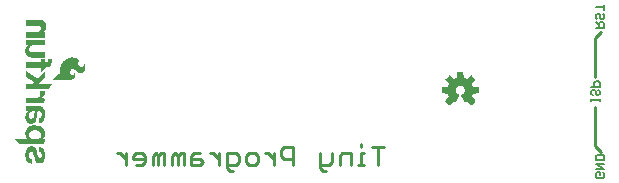
<source format=gbr>
G04 EAGLE Gerber RS-274X export*
G75*
%MOMM*%
%FSLAX34Y34*%
%LPD*%
%INSilkscreen Bottom*%
%IPPOS*%
%AMOC8*
5,1,8,0,0,1.08239X$1,22.5*%
G01*
%ADD10C,0.279400*%
%ADD11C,0.127000*%
%ADD12C,0.254000*%
%ADD13C,0.025400*%

G36*
X453820Y64916D02*
X453820Y64916D01*
X453928Y64926D01*
X453941Y64932D01*
X453955Y64934D01*
X454052Y64982D01*
X454151Y65027D01*
X454164Y65038D01*
X454173Y65042D01*
X454188Y65058D01*
X454265Y65120D01*
X456850Y67705D01*
X456913Y67794D01*
X456979Y67879D01*
X456984Y67892D01*
X456992Y67904D01*
X457023Y68007D01*
X457059Y68110D01*
X457059Y68124D01*
X457063Y68137D01*
X457059Y68245D01*
X457060Y68354D01*
X457055Y68367D01*
X457055Y68381D01*
X457017Y68483D01*
X456982Y68585D01*
X456973Y68600D01*
X456969Y68609D01*
X456955Y68626D01*
X456901Y68708D01*
X454137Y72098D01*
X454694Y73180D01*
X454700Y73200D01*
X454742Y73295D01*
X455113Y74454D01*
X459464Y74897D01*
X459568Y74925D01*
X459674Y74950D01*
X459686Y74957D01*
X459699Y74960D01*
X459789Y75021D01*
X459882Y75078D01*
X459890Y75089D01*
X459902Y75097D01*
X459968Y75183D01*
X460037Y75267D01*
X460041Y75280D01*
X460050Y75291D01*
X460084Y75394D01*
X460123Y75495D01*
X460124Y75513D01*
X460128Y75522D01*
X460128Y75544D01*
X460137Y75642D01*
X460137Y79298D01*
X460120Y79405D01*
X460106Y79513D01*
X460100Y79525D01*
X460098Y79539D01*
X460046Y79635D01*
X459999Y79732D01*
X459989Y79742D01*
X459983Y79754D01*
X459903Y79828D01*
X459827Y79905D01*
X459815Y79911D01*
X459805Y79921D01*
X459706Y79966D01*
X459609Y80014D01*
X459591Y80018D01*
X459582Y80022D01*
X459561Y80024D01*
X459464Y80043D01*
X455113Y80486D01*
X454742Y81645D01*
X454733Y81663D01*
X454731Y81670D01*
X454727Y81677D01*
X454694Y81760D01*
X454137Y82842D01*
X456901Y86232D01*
X456955Y86326D01*
X457012Y86418D01*
X457015Y86431D01*
X457022Y86443D01*
X457043Y86550D01*
X457068Y86655D01*
X457066Y86669D01*
X457069Y86683D01*
X457054Y86790D01*
X457044Y86898D01*
X457038Y86911D01*
X457036Y86925D01*
X456988Y87022D01*
X456943Y87121D01*
X456932Y87134D01*
X456928Y87143D01*
X456912Y87158D01*
X456850Y87235D01*
X454265Y89820D01*
X454176Y89883D01*
X454091Y89949D01*
X454078Y89954D01*
X454066Y89962D01*
X453963Y89993D01*
X453860Y90029D01*
X453846Y90029D01*
X453833Y90033D01*
X453725Y90029D01*
X453616Y90030D01*
X453603Y90025D01*
X453589Y90025D01*
X453487Y89987D01*
X453385Y89952D01*
X453370Y89943D01*
X453361Y89939D01*
X453344Y89925D01*
X453262Y89871D01*
X449872Y87107D01*
X448790Y87664D01*
X448770Y87670D01*
X448675Y87712D01*
X447516Y88083D01*
X447073Y92434D01*
X447045Y92538D01*
X447020Y92644D01*
X447013Y92656D01*
X447010Y92669D01*
X446949Y92759D01*
X446892Y92852D01*
X446881Y92860D01*
X446873Y92872D01*
X446787Y92938D01*
X446703Y93007D01*
X446690Y93011D01*
X446679Y93020D01*
X446576Y93054D01*
X446475Y93093D01*
X446457Y93094D01*
X446448Y93098D01*
X446426Y93098D01*
X446328Y93107D01*
X442672Y93107D01*
X442565Y93090D01*
X442457Y93076D01*
X442445Y93070D01*
X442431Y93068D01*
X442335Y93016D01*
X442238Y92969D01*
X442228Y92959D01*
X442216Y92953D01*
X442142Y92873D01*
X442065Y92797D01*
X442059Y92785D01*
X442049Y92775D01*
X442004Y92676D01*
X441956Y92579D01*
X441952Y92561D01*
X441948Y92552D01*
X441946Y92531D01*
X441927Y92434D01*
X441484Y88083D01*
X440325Y87712D01*
X440307Y87702D01*
X440210Y87664D01*
X439128Y87107D01*
X435738Y89871D01*
X435644Y89925D01*
X435552Y89982D01*
X435539Y89985D01*
X435527Y89992D01*
X435420Y90013D01*
X435315Y90038D01*
X435301Y90036D01*
X435287Y90039D01*
X435180Y90024D01*
X435072Y90014D01*
X435059Y90008D01*
X435046Y90006D01*
X434948Y89958D01*
X434849Y89913D01*
X434836Y89902D01*
X434827Y89898D01*
X434812Y89882D01*
X434735Y89820D01*
X432150Y87235D01*
X432087Y87146D01*
X432021Y87061D01*
X432016Y87048D01*
X432008Y87036D01*
X431977Y86933D01*
X431941Y86830D01*
X431941Y86816D01*
X431937Y86803D01*
X431941Y86695D01*
X431940Y86586D01*
X431945Y86573D01*
X431945Y86559D01*
X431983Y86457D01*
X432018Y86355D01*
X432027Y86340D01*
X432031Y86331D01*
X432045Y86314D01*
X432099Y86232D01*
X434863Y82842D01*
X434306Y81760D01*
X434300Y81740D01*
X434258Y81645D01*
X433887Y80486D01*
X429536Y80043D01*
X429432Y80015D01*
X429326Y79990D01*
X429314Y79983D01*
X429301Y79980D01*
X429211Y79919D01*
X429118Y79862D01*
X429110Y79851D01*
X429098Y79843D01*
X429032Y79757D01*
X428964Y79673D01*
X428959Y79660D01*
X428950Y79649D01*
X428916Y79546D01*
X428877Y79445D01*
X428876Y79427D01*
X428872Y79418D01*
X428873Y79396D01*
X428863Y79298D01*
X428863Y75642D01*
X428880Y75535D01*
X428894Y75427D01*
X428900Y75415D01*
X428902Y75401D01*
X428954Y75305D01*
X429001Y75208D01*
X429011Y75198D01*
X429017Y75186D01*
X429097Y75112D01*
X429173Y75035D01*
X429185Y75029D01*
X429196Y75019D01*
X429294Y74974D01*
X429391Y74926D01*
X429409Y74922D01*
X429418Y74918D01*
X429439Y74916D01*
X429536Y74897D01*
X433887Y74454D01*
X434258Y73295D01*
X434268Y73277D01*
X434306Y73180D01*
X434863Y72098D01*
X432099Y68708D01*
X432045Y68614D01*
X431988Y68522D01*
X431985Y68509D01*
X431978Y68497D01*
X431957Y68390D01*
X431932Y68285D01*
X431934Y68271D01*
X431931Y68257D01*
X431946Y68150D01*
X431956Y68042D01*
X431962Y68029D01*
X431964Y68016D01*
X432012Y67918D01*
X432057Y67819D01*
X432068Y67806D01*
X432072Y67797D01*
X432088Y67782D01*
X432150Y67705D01*
X434735Y65120D01*
X434824Y65057D01*
X434909Y64991D01*
X434922Y64986D01*
X434934Y64978D01*
X435037Y64947D01*
X435140Y64911D01*
X435154Y64911D01*
X435167Y64907D01*
X435275Y64911D01*
X435384Y64910D01*
X435397Y64915D01*
X435411Y64915D01*
X435513Y64953D01*
X435615Y64988D01*
X435630Y64997D01*
X435639Y65001D01*
X435656Y65015D01*
X435738Y65069D01*
X439128Y67833D01*
X440210Y67276D01*
X440263Y67259D01*
X440312Y67233D01*
X440378Y67222D01*
X440442Y67201D01*
X440498Y67202D01*
X440552Y67193D01*
X440619Y67204D01*
X440686Y67205D01*
X440738Y67223D01*
X440793Y67232D01*
X440853Y67264D01*
X440916Y67287D01*
X440959Y67321D01*
X441009Y67347D01*
X441055Y67396D01*
X441107Y67438D01*
X441138Y67485D01*
X441176Y67525D01*
X441232Y67630D01*
X441240Y67643D01*
X441241Y67648D01*
X441245Y67655D01*
X443398Y72852D01*
X443418Y72935D01*
X443423Y72948D01*
X443425Y72964D01*
X443450Y73049D01*
X443449Y73070D01*
X443454Y73090D01*
X443446Y73172D01*
X443447Y73191D01*
X443443Y73211D01*
X443439Y73292D01*
X443432Y73312D01*
X443430Y73333D01*
X443398Y73402D01*
X443392Y73429D01*
X443377Y73453D01*
X443351Y73520D01*
X443338Y73536D01*
X443329Y73555D01*
X443284Y73604D01*
X443264Y73636D01*
X443233Y73661D01*
X443195Y73707D01*
X443172Y73723D01*
X443162Y73733D01*
X443141Y73745D01*
X443076Y73790D01*
X443075Y73791D01*
X443074Y73792D01*
X442175Y74298D01*
X441488Y74942D01*
X440973Y75730D01*
X440661Y76618D01*
X440569Y77555D01*
X440702Y78487D01*
X441053Y79361D01*
X441602Y80126D01*
X442316Y80739D01*
X443156Y81164D01*
X444073Y81378D01*
X445014Y81368D01*
X445926Y81134D01*
X446756Y80691D01*
X447457Y80062D01*
X447989Y79285D01*
X448320Y78404D01*
X448433Y77469D01*
X448325Y76552D01*
X448005Y75684D01*
X447491Y74915D01*
X446812Y74288D01*
X445928Y73793D01*
X445886Y73760D01*
X445844Y73737D01*
X445813Y73704D01*
X445765Y73669D01*
X445753Y73653D01*
X445737Y73640D01*
X445702Y73585D01*
X445677Y73559D01*
X445664Y73529D01*
X445622Y73471D01*
X445616Y73452D01*
X445606Y73435D01*
X445587Y73360D01*
X445577Y73337D01*
X445574Y73313D01*
X445551Y73238D01*
X445552Y73218D01*
X445547Y73198D01*
X445554Y73112D01*
X445553Y73094D01*
X445556Y73078D01*
X445559Y72994D01*
X445567Y72969D01*
X445568Y72955D01*
X445578Y72933D01*
X445602Y72852D01*
X446531Y70609D01*
X446531Y70608D01*
X447462Y68361D01*
X447463Y68361D01*
X447755Y67655D01*
X447784Y67608D01*
X447805Y67556D01*
X447848Y67505D01*
X447884Y67448D01*
X447927Y67413D01*
X447963Y67370D01*
X448020Y67336D01*
X448072Y67293D01*
X448124Y67274D01*
X448172Y67245D01*
X448238Y67231D01*
X448301Y67207D01*
X448356Y67205D01*
X448410Y67194D01*
X448477Y67201D01*
X448544Y67199D01*
X448598Y67215D01*
X448653Y67222D01*
X448764Y67266D01*
X448778Y67270D01*
X448782Y67273D01*
X448790Y67276D01*
X449872Y67833D01*
X453262Y65069D01*
X453356Y65015D01*
X453448Y64958D01*
X453461Y64955D01*
X453473Y64948D01*
X453580Y64927D01*
X453685Y64902D01*
X453699Y64904D01*
X453713Y64901D01*
X453820Y64916D01*
G37*
G36*
X114254Y86237D02*
X114254Y86237D01*
X114260Y86235D01*
X115091Y86305D01*
X115102Y86311D01*
X115117Y86310D01*
X115916Y86550D01*
X115926Y86558D01*
X115940Y86560D01*
X116672Y86961D01*
X116680Y86971D01*
X116693Y86976D01*
X117243Y87446D01*
X117248Y87457D01*
X117260Y87464D01*
X117705Y88034D01*
X117708Y88046D01*
X117718Y88056D01*
X118039Y88704D01*
X118040Y88716D01*
X118048Y88728D01*
X118232Y89427D01*
X118231Y89438D01*
X118236Y89449D01*
X118309Y90389D01*
X118307Y90398D01*
X118310Y90405D01*
X118309Y90407D01*
X118309Y90409D01*
X118236Y91349D01*
X118234Y91353D01*
X118235Y91359D01*
X118159Y91842D01*
X118134Y91881D01*
X118113Y91921D01*
X118109Y91922D01*
X118107Y91925D01*
X118062Y91935D01*
X118018Y91947D01*
X118014Y91945D01*
X118010Y91946D01*
X117972Y91921D01*
X117933Y91898D01*
X117932Y91893D01*
X117929Y91891D01*
X117920Y91850D01*
X117908Y91810D01*
X117924Y91652D01*
X117896Y91514D01*
X117825Y91381D01*
X117226Y90557D01*
X117160Y90489D01*
X117112Y90439D01*
X116974Y90367D01*
X116559Y90274D01*
X116131Y90274D01*
X115715Y90367D01*
X115311Y90573D01*
X114983Y90886D01*
X114618Y91492D01*
X114411Y92170D01*
X114376Y92881D01*
X114473Y93491D01*
X114671Y94077D01*
X114964Y94620D01*
X115329Y95045D01*
X115789Y95360D01*
X116314Y95546D01*
X116870Y95589D01*
X117418Y95487D01*
X117921Y95247D01*
X118356Y94877D01*
X119897Y93424D01*
X119907Y93421D01*
X119913Y93412D01*
X121671Y92225D01*
X121684Y92223D01*
X121694Y92213D01*
X122382Y91933D01*
X122397Y91934D01*
X122412Y91925D01*
X123147Y91826D01*
X123162Y91830D01*
X123179Y91825D01*
X123916Y91912D01*
X123929Y91920D01*
X123947Y91920D01*
X124639Y92187D01*
X124650Y92198D01*
X124667Y92202D01*
X125270Y92633D01*
X125277Y92644D01*
X125289Y92649D01*
X125467Y92838D01*
X125468Y92838D01*
X125706Y93091D01*
X125707Y93091D01*
X125945Y93343D01*
X125947Y93345D01*
X125950Y93353D01*
X125958Y93358D01*
X126518Y94135D01*
X126521Y94145D01*
X126529Y94153D01*
X126917Y94933D01*
X126918Y94945D01*
X126926Y94956D01*
X127157Y95796D01*
X127156Y95808D01*
X127162Y95820D01*
X127228Y96688D01*
X127224Y96699D01*
X127228Y96710D01*
X127142Y97610D01*
X127138Y97619D01*
X127139Y97629D01*
X126919Y98507D01*
X126913Y98515D01*
X126912Y98527D01*
X126811Y98755D01*
X126659Y99111D01*
X126659Y99112D01*
X126438Y99616D01*
X126427Y99626D01*
X126422Y99643D01*
X126084Y100078D01*
X126077Y100081D01*
X126073Y100089D01*
X126048Y100114D01*
X126048Y100115D01*
X126047Y100117D01*
X125955Y100152D01*
X125866Y100111D01*
X125833Y100026D01*
X125833Y99423D01*
X125776Y98912D01*
X125637Y98422D01*
X125382Y97941D01*
X125012Y97546D01*
X124552Y97260D01*
X124033Y97103D01*
X123730Y97091D01*
X123430Y97150D01*
X122936Y97356D01*
X122478Y97639D01*
X122068Y97990D01*
X121714Y98402D01*
X121063Y99304D01*
X120814Y99792D01*
X120716Y100322D01*
X120774Y100860D01*
X120839Y101034D01*
X121087Y101395D01*
X121427Y101669D01*
X121530Y101713D01*
X121650Y101729D01*
X122530Y101729D01*
X122571Y101746D01*
X122613Y101760D01*
X122616Y101765D01*
X122621Y101767D01*
X122637Y101808D01*
X122656Y101848D01*
X122654Y101854D01*
X122656Y101859D01*
X122644Y101886D01*
X122628Y101935D01*
X121707Y103061D01*
X121695Y103067D01*
X121688Y103079D01*
X120551Y103986D01*
X120540Y103989D01*
X120532Y103998D01*
X119598Y104500D01*
X119588Y104501D01*
X119580Y104507D01*
X118583Y104865D01*
X118573Y104865D01*
X118564Y104870D01*
X117525Y105077D01*
X117514Y105075D01*
X117504Y105079D01*
X115576Y105140D01*
X115565Y105135D01*
X115553Y105138D01*
X113646Y104850D01*
X113636Y104844D01*
X113624Y104844D01*
X111800Y104216D01*
X111791Y104209D01*
X111779Y104207D01*
X110098Y103260D01*
X110092Y103252D01*
X110081Y103249D01*
X108974Y102364D01*
X108971Y102359D01*
X108966Y102356D01*
X108965Y102354D01*
X108961Y102352D01*
X108608Y101978D01*
X108132Y101473D01*
X107989Y101321D01*
X107986Y101313D01*
X107978Y101307D01*
X107161Y100150D01*
X107159Y100140D01*
X107151Y100132D01*
X106551Y98902D01*
X106550Y98891D01*
X106542Y98881D01*
X106174Y97562D01*
X106176Y97551D01*
X106170Y97540D01*
X106046Y96176D01*
X106048Y96171D01*
X106046Y96165D01*
X106046Y93890D01*
X105981Y93522D01*
X105854Y93171D01*
X105265Y92181D01*
X104483Y91327D01*
X99001Y86455D01*
X98999Y86451D01*
X98994Y86449D01*
X98978Y86407D01*
X98959Y86366D01*
X98961Y86362D01*
X98959Y86357D01*
X98978Y86316D01*
X98993Y86274D01*
X98998Y86272D01*
X99000Y86268D01*
X99073Y86239D01*
X99084Y86235D01*
X99085Y86235D01*
X114249Y86235D01*
X114254Y86237D01*
G37*
G36*
X91833Y31690D02*
X91833Y31690D01*
X91872Y31700D01*
X91878Y31709D01*
X91887Y31713D01*
X91898Y31741D01*
X91920Y31778D01*
X92656Y35664D01*
X92653Y35678D01*
X92658Y35693D01*
X92643Y35725D01*
X92635Y35760D01*
X92622Y35768D01*
X92616Y35782D01*
X92577Y35796D01*
X92552Y35812D01*
X92541Y35809D01*
X92530Y35813D01*
X90613Y35789D01*
X90762Y35923D01*
X90763Y35924D01*
X90764Y35924D01*
X91729Y36813D01*
X91731Y36819D01*
X91738Y36823D01*
X92039Y37166D01*
X92043Y37177D01*
X92053Y37185D01*
X92286Y37579D01*
X92287Y37588D01*
X92294Y37596D01*
X92827Y38917D01*
X92827Y38928D01*
X92834Y38938D01*
X92936Y39420D01*
X92933Y39432D01*
X92938Y39444D01*
X92963Y41425D01*
X92959Y41436D01*
X92961Y41448D01*
X92778Y42533D01*
X92771Y42543D01*
X92771Y42558D01*
X92371Y43582D01*
X92363Y43589D01*
X92361Y43601D01*
X91820Y44503D01*
X91814Y44508D01*
X91811Y44517D01*
X91158Y45341D01*
X91148Y45347D01*
X91143Y45357D01*
X90253Y46149D01*
X90240Y46153D01*
X90231Y46165D01*
X89190Y46744D01*
X89178Y46746D01*
X89167Y46754D01*
X87054Y47428D01*
X87043Y47427D01*
X87032Y47433D01*
X84832Y47716D01*
X84821Y47713D01*
X84809Y47717D01*
X82594Y47599D01*
X82584Y47594D01*
X82572Y47596D01*
X81196Y47273D01*
X81187Y47267D01*
X81175Y47266D01*
X79875Y46710D01*
X79867Y46702D01*
X79856Y46700D01*
X78671Y45928D01*
X78665Y45919D01*
X78654Y45914D01*
X77947Y45257D01*
X77943Y45247D01*
X77933Y45241D01*
X77348Y44473D01*
X77346Y44462D01*
X77337Y44455D01*
X76891Y43599D01*
X76890Y43588D01*
X76882Y43579D01*
X76588Y42660D01*
X76589Y42650D01*
X76583Y42640D01*
X76394Y41428D01*
X76396Y41419D01*
X76393Y41410D01*
X76376Y40183D01*
X76379Y40175D01*
X76377Y40165D01*
X76532Y38948D01*
X76537Y38938D01*
X76537Y38926D01*
X76801Y38082D01*
X76809Y38072D01*
X76812Y38057D01*
X77249Y37288D01*
X77259Y37280D01*
X77264Y37266D01*
X77854Y36606D01*
X77866Y36600D01*
X77874Y36588D01*
X78590Y36068D01*
X78592Y36067D01*
X67488Y36067D01*
X67444Y36049D01*
X67401Y36032D01*
X67400Y36030D01*
X67397Y36029D01*
X67380Y35985D01*
X67362Y35941D01*
X67363Y35939D01*
X67362Y35937D01*
X67371Y35916D01*
X67394Y35856D01*
X71128Y31716D01*
X71134Y31714D01*
X71137Y31708D01*
X71197Y31684D01*
X71218Y31675D01*
X71220Y31676D01*
X71222Y31675D01*
X91796Y31675D01*
X91833Y31690D01*
G37*
G36*
X81763Y49048D02*
X81763Y49048D01*
X81775Y49053D01*
X81790Y49051D01*
X82731Y49257D01*
X82743Y49266D01*
X82760Y49267D01*
X83622Y49696D01*
X83631Y49706D01*
X83646Y49711D01*
X84255Y50209D01*
X84259Y50217D01*
X84267Y50220D01*
X84268Y50224D01*
X84273Y50227D01*
X84771Y50837D01*
X84774Y50849D01*
X84785Y50858D01*
X85151Y51554D01*
X85152Y51565D01*
X85159Y51574D01*
X85643Y53059D01*
X85642Y53067D01*
X85647Y53076D01*
X85925Y54613D01*
X85924Y54617D01*
X85927Y54622D01*
X86155Y56828D01*
X86381Y58134D01*
X86546Y58603D01*
X86792Y59031D01*
X87053Y59315D01*
X87140Y59375D01*
X87237Y59417D01*
X87758Y59528D01*
X88289Y59528D01*
X88810Y59417D01*
X89124Y59278D01*
X89403Y59079D01*
X89637Y58826D01*
X89830Y58512D01*
X89958Y58166D01*
X90019Y57797D01*
X90069Y56442D01*
X90015Y55855D01*
X89850Y55294D01*
X89595Y54830D01*
X89239Y54440D01*
X88801Y54145D01*
X88306Y53961D01*
X87775Y53898D01*
X87732Y53898D01*
X87730Y53897D01*
X87728Y53898D01*
X87685Y53878D01*
X87641Y53860D01*
X87641Y53858D01*
X87639Y53857D01*
X87606Y53772D01*
X87606Y49631D01*
X87604Y49630D01*
X87594Y49588D01*
X87580Y49546D01*
X87583Y49540D01*
X87582Y49534D01*
X87598Y49509D01*
X87619Y49464D01*
X87644Y49439D01*
X87645Y49439D01*
X87687Y49423D01*
X87736Y49404D01*
X87737Y49404D01*
X87779Y49424D01*
X87822Y49443D01*
X88713Y49565D01*
X88724Y49571D01*
X88739Y49571D01*
X89680Y49905D01*
X89690Y49914D01*
X89704Y49917D01*
X90557Y50436D01*
X90565Y50447D01*
X90578Y50452D01*
X91308Y51135D01*
X91313Y51147D01*
X91325Y51155D01*
X91899Y51972D01*
X91902Y51984D01*
X91911Y51993D01*
X92440Y53151D01*
X92440Y53161D01*
X92447Y53170D01*
X92781Y54399D01*
X92780Y54408D01*
X92784Y54417D01*
X92998Y56157D01*
X92995Y56165D01*
X92998Y56173D01*
X92990Y57927D01*
X92987Y57934D01*
X92989Y57943D01*
X92759Y59682D01*
X92754Y59690D01*
X92755Y59701D01*
X92330Y61115D01*
X92322Y61124D01*
X92321Y61138D01*
X91627Y62441D01*
X91617Y62450D01*
X91612Y62464D01*
X91129Y63026D01*
X91115Y63033D01*
X91106Y63047D01*
X90501Y63474D01*
X90486Y63477D01*
X90474Y63489D01*
X89783Y63756D01*
X89768Y63755D01*
X89753Y63763D01*
X89018Y63854D01*
X89010Y63852D01*
X89002Y63855D01*
X84176Y63855D01*
X84174Y63854D01*
X84172Y63855D01*
X84157Y63848D01*
X84073Y63880D01*
X79735Y63855D01*
X78398Y63957D01*
X77103Y64306D01*
X76904Y64380D01*
X76879Y64379D01*
X76856Y64388D01*
X76832Y64377D01*
X76806Y64376D01*
X76789Y64357D01*
X76767Y64347D01*
X76756Y64320D01*
X76740Y64302D01*
X76742Y64283D01*
X76734Y64262D01*
X76734Y60228D01*
X76731Y60192D01*
X76740Y60164D01*
X76744Y60124D01*
X76763Y60087D01*
X76780Y60073D01*
X76785Y60062D01*
X76792Y60059D01*
X76809Y60036D01*
X76845Y60015D01*
X76862Y60012D01*
X76878Y60000D01*
X77158Y59924D01*
X77161Y59925D01*
X77164Y59923D01*
X78193Y59696D01*
X78216Y59687D01*
X78222Y59680D01*
X78224Y59672D01*
X78223Y59663D01*
X78207Y59639D01*
X77504Y58812D01*
X77500Y58801D01*
X77490Y58792D01*
X76950Y57841D01*
X76949Y57830D01*
X76941Y57820D01*
X76588Y56785D01*
X76589Y56773D01*
X76583Y56763D01*
X76342Y55145D01*
X76345Y55135D01*
X76341Y55124D01*
X76379Y53489D01*
X76384Y53478D01*
X76382Y53464D01*
X76690Y52092D01*
X76698Y52081D01*
X76699Y52066D01*
X77305Y50797D01*
X77315Y50788D01*
X77319Y50774D01*
X77661Y50326D01*
X77671Y50320D01*
X77677Y50308D01*
X78097Y49931D01*
X78108Y49927D01*
X78116Y49917D01*
X78599Y49625D01*
X78610Y49623D01*
X78620Y49615D01*
X79613Y49242D01*
X79624Y49242D01*
X79635Y49236D01*
X80679Y49047D01*
X80690Y49050D01*
X80702Y49045D01*
X81763Y49048D01*
G37*
G36*
X96133Y78190D02*
X96133Y78190D01*
X96153Y78188D01*
X96180Y78210D01*
X96205Y78220D01*
X96210Y78235D01*
X96224Y78245D01*
X98586Y82385D01*
X98590Y82420D01*
X98602Y82452D01*
X98595Y82467D01*
X98597Y82483D01*
X98575Y82510D01*
X98561Y82541D01*
X98545Y82548D01*
X98535Y82560D01*
X98508Y82562D01*
X98476Y82574D01*
X87046Y82574D01*
X92520Y88049D01*
X92522Y88052D01*
X92524Y88053D01*
X92557Y88138D01*
X92557Y92812D01*
X92557Y92814D01*
X92557Y92815D01*
X92537Y92859D01*
X92519Y92903D01*
X92517Y92903D01*
X92516Y92905D01*
X92472Y92921D01*
X92427Y92938D01*
X92425Y92937D01*
X92424Y92938D01*
X92341Y92900D01*
X86775Y87209D01*
X76880Y93806D01*
X76842Y93813D01*
X76805Y93827D01*
X76795Y93822D01*
X76783Y93824D01*
X76752Y93802D01*
X76716Y93785D01*
X76712Y93774D01*
X76703Y93768D01*
X76698Y93738D01*
X76684Y93700D01*
X76709Y88620D01*
X76716Y88603D01*
X76714Y88585D01*
X76736Y88556D01*
X76748Y88530D01*
X76760Y88525D01*
X76770Y88513D01*
X83748Y84280D01*
X83674Y84203D01*
X83552Y84077D01*
X83551Y84077D01*
X83183Y83698D01*
X83061Y83572D01*
X82938Y83446D01*
X82570Y83067D01*
X82447Y82941D01*
X82325Y82815D01*
X82141Y82625D01*
X76733Y82625D01*
X76731Y82624D01*
X76729Y82625D01*
X76686Y82605D01*
X76642Y82587D01*
X76642Y82585D01*
X76640Y82584D01*
X76607Y82499D01*
X76607Y78359D01*
X76608Y78356D01*
X76607Y78353D01*
X76644Y78270D01*
X76695Y78219D01*
X76698Y78218D01*
X76699Y78215D01*
X76784Y78182D01*
X96114Y78182D01*
X96133Y78190D01*
G37*
G36*
X92509Y105082D02*
X92509Y105082D01*
X92511Y105081D01*
X92554Y105101D01*
X92598Y105119D01*
X92598Y105121D01*
X92600Y105122D01*
X92633Y105207D01*
X92633Y109347D01*
X92632Y109349D01*
X92633Y109351D01*
X92613Y109394D01*
X92595Y109438D01*
X92593Y109438D01*
X92592Y109440D01*
X92507Y109473D01*
X82510Y109473D01*
X81680Y109622D01*
X80912Y109965D01*
X80550Y110237D01*
X80249Y110578D01*
X80024Y110973D01*
X79801Y111662D01*
X79721Y112381D01*
X79788Y113102D01*
X80000Y113793D01*
X80288Y114303D01*
X80685Y114734D01*
X81170Y115061D01*
X81720Y115270D01*
X82924Y115495D01*
X84154Y115571D01*
X92456Y115571D01*
X92458Y115572D01*
X92460Y115571D01*
X92503Y115591D01*
X92547Y115609D01*
X92547Y115611D01*
X92549Y115612D01*
X92582Y115697D01*
X92582Y119913D01*
X92581Y119915D01*
X92582Y119917D01*
X92562Y119960D01*
X92544Y120004D01*
X92542Y120004D01*
X92541Y120006D01*
X92456Y120039D01*
X76835Y120039D01*
X76833Y120038D01*
X76831Y120039D01*
X76788Y120019D01*
X76744Y120001D01*
X76744Y119999D01*
X76742Y119998D01*
X76709Y119913D01*
X76709Y115900D01*
X76710Y115898D01*
X76709Y115896D01*
X76729Y115853D01*
X76747Y115809D01*
X76749Y115809D01*
X76750Y115807D01*
X76835Y115774D01*
X78892Y115774D01*
X78251Y115267D01*
X78247Y115259D01*
X78238Y115255D01*
X78131Y115142D01*
X78011Y115016D01*
X77772Y114764D01*
X77652Y114637D01*
X77532Y114511D01*
X77453Y114428D01*
X77450Y114419D01*
X77442Y114414D01*
X76783Y113484D01*
X76781Y113475D01*
X76773Y113467D01*
X76651Y113222D01*
X76650Y113211D01*
X76643Y113202D01*
X76562Y112940D01*
X76563Y112931D01*
X76558Y112922D01*
X76335Y111444D01*
X76337Y111436D01*
X76333Y111428D01*
X76303Y109934D01*
X76307Y109924D01*
X76304Y109913D01*
X76451Y108880D01*
X76457Y108870D01*
X76457Y108856D01*
X76800Y107870D01*
X76808Y107861D01*
X76810Y107848D01*
X77336Y106946D01*
X77346Y106939D01*
X77351Y106926D01*
X77579Y106672D01*
X77590Y106666D01*
X77598Y106655D01*
X78483Y105995D01*
X78494Y105992D01*
X78503Y105982D01*
X79493Y105494D01*
X79505Y105494D01*
X79515Y105486D01*
X80578Y105186D01*
X80589Y105188D01*
X80601Y105182D01*
X81700Y105081D01*
X81706Y105083D01*
X81712Y105081D01*
X92507Y105081D01*
X92509Y105082D01*
G37*
G36*
X92483Y122278D02*
X92483Y122278D01*
X92485Y122277D01*
X92528Y122297D01*
X92572Y122315D01*
X92572Y122317D01*
X92574Y122318D01*
X92607Y122403D01*
X92607Y126441D01*
X92606Y126443D01*
X92607Y126445D01*
X92587Y126488D01*
X92569Y126532D01*
X92567Y126532D01*
X92566Y126534D01*
X92481Y126567D01*
X90413Y126567D01*
X90442Y126609D01*
X90578Y126723D01*
X90956Y127000D01*
X90958Y127004D01*
X90963Y127006D01*
X91436Y127408D01*
X91440Y127415D01*
X91448Y127419D01*
X91864Y127880D01*
X91867Y127891D01*
X91877Y127898D01*
X92444Y128796D01*
X92447Y128809D01*
X92456Y128820D01*
X92825Y129817D01*
X92825Y129829D01*
X92832Y129842D01*
X92987Y130894D01*
X92984Y130904D01*
X92988Y130915D01*
X92967Y131750D01*
X92958Y132128D01*
X92949Y132507D01*
X92938Y132921D01*
X92934Y132932D01*
X92936Y132944D01*
X92730Y133921D01*
X92722Y133933D01*
X92721Y133949D01*
X92299Y134854D01*
X92288Y134863D01*
X92284Y134878D01*
X91666Y135663D01*
X91655Y135669D01*
X91649Y135681D01*
X91074Y136170D01*
X91063Y136173D01*
X91056Y136183D01*
X90407Y136567D01*
X90396Y136569D01*
X90387Y136577D01*
X89682Y136846D01*
X89673Y136846D01*
X89664Y136851D01*
X88557Y137091D01*
X88548Y137089D01*
X88540Y137094D01*
X87411Y137184D01*
X87406Y137182D01*
X87401Y137184D01*
X76860Y137184D01*
X76858Y137183D01*
X76856Y137184D01*
X76813Y137164D01*
X76769Y137146D01*
X76769Y137144D01*
X76767Y137143D01*
X76734Y137058D01*
X76734Y132969D01*
X76735Y132967D01*
X76734Y132965D01*
X76754Y132922D01*
X76772Y132878D01*
X76774Y132878D01*
X76775Y132876D01*
X76860Y132843D01*
X86506Y132843D01*
X87224Y132778D01*
X87912Y132587D01*
X88554Y132277D01*
X88941Y131981D01*
X89250Y131607D01*
X89467Y131172D01*
X89544Y130872D01*
X89561Y130556D01*
X89511Y129451D01*
X89424Y128895D01*
X89220Y128379D01*
X88906Y127922D01*
X88337Y127405D01*
X87658Y127042D01*
X86908Y126826D01*
X86125Y126745D01*
X76759Y126745D01*
X76757Y126744D01*
X76755Y126745D01*
X76712Y126725D01*
X76668Y126707D01*
X76668Y126705D01*
X76666Y126704D01*
X76633Y126619D01*
X76633Y122403D01*
X76634Y122401D01*
X76633Y122399D01*
X76653Y122356D01*
X76671Y122312D01*
X76673Y122312D01*
X76674Y122310D01*
X76759Y122277D01*
X92481Y122277D01*
X92483Y122278D01*
G37*
G36*
X81818Y15253D02*
X81818Y15253D01*
X81848Y15256D01*
X81849Y15257D01*
X81850Y15257D01*
X81859Y15268D01*
X81872Y15273D01*
X81875Y15279D01*
X81881Y15282D01*
X81893Y15312D01*
X81909Y15332D01*
X81909Y15334D01*
X81910Y15335D01*
X81909Y15350D01*
X81914Y15362D01*
X81913Y15365D01*
X81914Y15367D01*
X81914Y19228D01*
X81913Y19230D01*
X81914Y19232D01*
X81894Y19275D01*
X81876Y19319D01*
X81874Y19319D01*
X81873Y19321D01*
X81788Y19354D01*
X81741Y19354D01*
X81244Y19383D01*
X80782Y19530D01*
X80368Y19785D01*
X79925Y20227D01*
X79588Y20754D01*
X79371Y21341D01*
X79298Y21903D01*
X79298Y23233D01*
X79372Y23836D01*
X79569Y24403D01*
X79881Y24916D01*
X79965Y25000D01*
X80089Y25127D01*
X80165Y25204D01*
X80510Y25412D01*
X80895Y25529D01*
X81299Y25546D01*
X81694Y25461D01*
X82056Y25281D01*
X82360Y25015D01*
X82591Y24679D01*
X83061Y23572D01*
X83367Y22398D01*
X84230Y18767D01*
X84235Y18760D01*
X84235Y18751D01*
X84541Y17943D01*
X84547Y17936D01*
X84549Y17926D01*
X84976Y17175D01*
X84983Y17169D01*
X84987Y17159D01*
X85524Y16482D01*
X85534Y16477D01*
X85540Y16466D01*
X85925Y16129D01*
X85938Y16125D01*
X85947Y16114D01*
X86394Y15865D01*
X86407Y15864D01*
X86418Y15855D01*
X86907Y15703D01*
X86919Y15705D01*
X86932Y15698D01*
X88068Y15593D01*
X88081Y15596D01*
X88094Y15593D01*
X89228Y15722D01*
X89239Y15728D01*
X89253Y15727D01*
X90337Y16085D01*
X90346Y16093D01*
X90360Y16095D01*
X90882Y16394D01*
X90889Y16404D01*
X90902Y16409D01*
X91357Y16803D01*
X91362Y16814D01*
X91374Y16821D01*
X91743Y17297D01*
X91746Y17308D01*
X91755Y17317D01*
X92409Y18598D01*
X92410Y18609D01*
X92417Y18619D01*
X92828Y19997D01*
X92827Y20008D01*
X92833Y20020D01*
X92988Y21449D01*
X92986Y21456D01*
X92988Y21463D01*
X92988Y23266D01*
X92986Y23272D01*
X92988Y23279D01*
X92848Y24672D01*
X92843Y24681D01*
X92844Y24692D01*
X92476Y26043D01*
X92469Y26053D01*
X92467Y26066D01*
X91929Y27163D01*
X91919Y27172D01*
X91915Y27186D01*
X91158Y28145D01*
X91148Y28151D01*
X91143Y28162D01*
X90747Y28510D01*
X90738Y28513D01*
X90732Y28522D01*
X90290Y28808D01*
X90280Y28810D01*
X90273Y28817D01*
X89485Y29173D01*
X89480Y29173D01*
X89476Y29177D01*
X88918Y29380D01*
X88898Y29379D01*
X88893Y29381D01*
X88870Y29381D01*
X88850Y29385D01*
X88836Y29376D01*
X88824Y29385D01*
X88818Y29383D01*
X88811Y29387D01*
X88100Y29463D01*
X88092Y29460D01*
X88083Y29463D01*
X88046Y29446D01*
X88006Y29434D01*
X88002Y29426D01*
X87994Y29422D01*
X87974Y29372D01*
X87961Y29346D01*
X87963Y29342D01*
X87961Y29337D01*
X87961Y25451D01*
X87979Y25407D01*
X87997Y25363D01*
X87998Y25362D01*
X87999Y25360D01*
X88018Y25353D01*
X88079Y25325D01*
X88339Y25309D01*
X88582Y25254D01*
X88934Y25104D01*
X89247Y24886D01*
X89511Y24611D01*
X89782Y24188D01*
X89971Y23721D01*
X90069Y23225D01*
X90113Y22378D01*
X90069Y21529D01*
X89984Y21080D01*
X89827Y20656D01*
X89632Y20355D01*
X89364Y20122D01*
X89022Y19967D01*
X88650Y19919D01*
X88281Y19984D01*
X87920Y20168D01*
X87627Y20451D01*
X87211Y21126D01*
X86939Y21878D01*
X86535Y23901D01*
X86534Y23902D01*
X86534Y23903D01*
X86153Y25626D01*
X86148Y25633D01*
X86148Y25642D01*
X85538Y27298D01*
X85532Y27304D01*
X85531Y27314D01*
X85126Y28070D01*
X85119Y28076D01*
X85116Y28085D01*
X84608Y28777D01*
X84598Y28782D01*
X84593Y28794D01*
X84243Y29126D01*
X84231Y29131D01*
X84222Y29142D01*
X83810Y29394D01*
X83796Y29396D01*
X83784Y29406D01*
X82781Y29743D01*
X82766Y29742D01*
X82752Y29750D01*
X81697Y29844D01*
X81688Y29841D01*
X81677Y29844D01*
X80636Y29768D01*
X80628Y29764D01*
X80618Y29765D01*
X79954Y29623D01*
X79944Y29616D01*
X79931Y29615D01*
X79306Y29349D01*
X79297Y29341D01*
X79285Y29338D01*
X78721Y28959D01*
X78714Y28949D01*
X78703Y28944D01*
X77960Y28218D01*
X77956Y28208D01*
X77950Y28206D01*
X77950Y28204D01*
X77945Y28202D01*
X77339Y27358D01*
X77337Y27348D01*
X77328Y27339D01*
X76877Y26404D01*
X76876Y26393D01*
X76869Y26383D01*
X76587Y25383D01*
X76588Y25375D01*
X76583Y25366D01*
X76401Y24052D01*
X76403Y24045D01*
X76400Y24039D01*
X76353Y22712D01*
X76355Y22706D01*
X76353Y22699D01*
X76531Y20133D01*
X76536Y20124D01*
X76534Y20114D01*
X76746Y19193D01*
X76754Y19182D01*
X76755Y19168D01*
X77152Y18311D01*
X77159Y18305D01*
X77161Y18296D01*
X77923Y17102D01*
X77929Y17098D01*
X77932Y17089D01*
X78363Y16574D01*
X78374Y16569D01*
X78380Y16557D01*
X78904Y16137D01*
X78915Y16133D01*
X78924Y16123D01*
X79520Y15814D01*
X79529Y15813D01*
X79537Y15806D01*
X80807Y15374D01*
X80817Y15375D01*
X80826Y15370D01*
X81410Y15268D01*
X81417Y15269D01*
X81423Y15266D01*
X81779Y15241D01*
X81786Y15243D01*
X81792Y15241D01*
X81818Y15253D01*
G37*
G36*
X89794Y92457D02*
X89794Y92457D01*
X89795Y92457D01*
X89878Y92494D01*
X92545Y95161D01*
X92547Y95164D01*
X92549Y95165D01*
X92582Y95250D01*
X92582Y96496D01*
X92913Y96496D01*
X92915Y96497D01*
X92922Y96497D01*
X92923Y96496D01*
X95057Y96673D01*
X95067Y96678D01*
X95079Y96677D01*
X95646Y96825D01*
X95655Y96832D01*
X95667Y96833D01*
X96198Y97082D01*
X96206Y97090D01*
X96218Y97093D01*
X96695Y97433D01*
X96701Y97443D01*
X96713Y97449D01*
X97423Y98192D01*
X97427Y98203D01*
X97438Y98211D01*
X97988Y99079D01*
X97990Y99091D01*
X97999Y99101D01*
X98368Y100059D01*
X98368Y100072D01*
X98375Y100083D01*
X98549Y101096D01*
X98547Y101106D01*
X98551Y101117D01*
X98551Y102667D01*
X98550Y102670D01*
X98551Y102674D01*
X98475Y103991D01*
X98475Y104013D01*
X98474Y104015D01*
X98475Y104017D01*
X98455Y104060D01*
X98437Y104104D01*
X98435Y104104D01*
X98434Y104106D01*
X98349Y104139D01*
X95326Y104139D01*
X95324Y104138D01*
X95322Y104139D01*
X95279Y104119D01*
X95235Y104101D01*
X95235Y104099D01*
X95233Y104098D01*
X95200Y104013D01*
X95200Y103937D01*
X95202Y103932D01*
X95200Y103925D01*
X95226Y103645D01*
X95311Y102730D01*
X95228Y101830D01*
X95131Y101548D01*
X94961Y101308D01*
X94729Y101126D01*
X94306Y100951D01*
X93844Y100888D01*
X92582Y100888D01*
X92582Y103734D01*
X92581Y103736D01*
X92582Y103738D01*
X92562Y103781D01*
X92544Y103825D01*
X92542Y103825D01*
X92541Y103827D01*
X92456Y103860D01*
X89789Y103860D01*
X89787Y103859D01*
X89785Y103860D01*
X89742Y103840D01*
X89698Y103822D01*
X89698Y103820D01*
X89696Y103819D01*
X89663Y103734D01*
X89663Y100862D01*
X76759Y100862D01*
X76757Y100861D01*
X76755Y100862D01*
X76712Y100842D01*
X76668Y100824D01*
X76668Y100822D01*
X76666Y100821D01*
X76633Y100736D01*
X76633Y96571D01*
X76634Y96569D01*
X76633Y96567D01*
X76653Y96524D01*
X76671Y96480D01*
X76673Y96480D01*
X76674Y96478D01*
X76759Y96445D01*
X89639Y96445D01*
X89663Y92582D01*
X89663Y92581D01*
X89683Y92536D01*
X89702Y92492D01*
X89703Y92491D01*
X89748Y92474D01*
X89794Y92457D01*
X89794Y92457D01*
G37*
G36*
X91745Y66346D02*
X91745Y66346D01*
X91783Y66362D01*
X91822Y66372D01*
X91827Y66381D01*
X91836Y66384D01*
X91847Y66413D01*
X91869Y66450D01*
X92555Y70311D01*
X92552Y70324D01*
X92557Y70337D01*
X92542Y70371D01*
X92533Y70407D01*
X92522Y70414D01*
X92516Y70426D01*
X92475Y70442D01*
X92449Y70458D01*
X92440Y70456D01*
X92431Y70459D01*
X89651Y70459D01*
X89666Y70506D01*
X89934Y70685D01*
X90976Y71371D01*
X90980Y71376D01*
X90987Y71379D01*
X91370Y71695D01*
X91377Y71708D01*
X91390Y71716D01*
X91692Y72110D01*
X91693Y72115D01*
X91697Y72118D01*
X92282Y73007D01*
X92283Y73010D01*
X92286Y73013D01*
X92639Y73624D01*
X92641Y73636D01*
X92650Y73647D01*
X92873Y74317D01*
X92872Y74329D01*
X92878Y74341D01*
X92962Y75042D01*
X92959Y75052D01*
X92963Y75064D01*
X92887Y76436D01*
X92866Y76479D01*
X92846Y76522D01*
X92844Y76523D01*
X92844Y76524D01*
X92826Y76530D01*
X92761Y76555D01*
X88900Y76555D01*
X88898Y76554D01*
X88896Y76555D01*
X88853Y76535D01*
X88809Y76517D01*
X88809Y76515D01*
X88807Y76514D01*
X88774Y76429D01*
X88774Y76403D01*
X88778Y76394D01*
X88775Y76383D01*
X88800Y76231D01*
X88802Y76228D01*
X88801Y76225D01*
X88926Y75628D01*
X88926Y74103D01*
X88834Y73561D01*
X88653Y73043D01*
X88389Y72564D01*
X87829Y71897D01*
X87137Y71372D01*
X86344Y71011D01*
X85525Y70811D01*
X84679Y70738D01*
X76860Y70738D01*
X76858Y70737D01*
X76856Y70738D01*
X76813Y70718D01*
X76769Y70700D01*
X76769Y70698D01*
X76767Y70697D01*
X76734Y70612D01*
X76734Y66446D01*
X76735Y66444D01*
X76734Y66442D01*
X76754Y66399D01*
X76772Y66355D01*
X76774Y66354D01*
X76775Y66352D01*
X76860Y66320D01*
X91745Y66346D01*
G37*
%LPC*%
G36*
X83374Y35915D02*
X83374Y35915D01*
X82605Y36039D01*
X81930Y36264D01*
X81918Y36263D01*
X81906Y36269D01*
X81869Y36274D01*
X81842Y36266D01*
X81831Y36266D01*
X81818Y36294D01*
X81798Y36338D01*
X81797Y36338D01*
X81797Y36339D01*
X81712Y36372D01*
X81674Y36372D01*
X81615Y36384D01*
X81555Y36426D01*
X81554Y36426D01*
X81553Y36427D01*
X81477Y36478D01*
X81471Y36479D01*
X81466Y36485D01*
X80902Y36784D01*
X80433Y37196D01*
X80070Y37705D01*
X79780Y38383D01*
X79628Y39105D01*
X79622Y40015D01*
X79801Y40906D01*
X80139Y41645D01*
X80655Y42271D01*
X81313Y42743D01*
X82074Y43032D01*
X84021Y43336D01*
X85992Y43333D01*
X86962Y43142D01*
X87861Y42739D01*
X88647Y42142D01*
X89277Y41383D01*
X89537Y40883D01*
X89693Y40341D01*
X89739Y39774D01*
X89688Y38699D01*
X89614Y38327D01*
X89452Y37989D01*
X88896Y37277D01*
X88216Y36679D01*
X87509Y36266D01*
X86735Y35999D01*
X85920Y35889D01*
X83374Y35915D01*
G37*
%LPD*%
%LPC*%
G36*
X80763Y53390D02*
X80763Y53390D01*
X80455Y53461D01*
X80170Y53596D01*
X79920Y53787D01*
X79623Y54149D01*
X79420Y54570D01*
X79323Y55031D01*
X79273Y56559D01*
X79422Y57601D01*
X79544Y57923D01*
X79729Y58214D01*
X80056Y58552D01*
X80300Y58805D01*
X80448Y58958D01*
X80667Y59108D01*
X80916Y59215D01*
X81081Y59262D01*
X82151Y59469D01*
X83240Y59539D01*
X84074Y59539D01*
X84076Y59540D01*
X84078Y59539D01*
X84121Y59559D01*
X84123Y59559D01*
X84176Y59539D01*
X84468Y59539D01*
X84341Y59397D01*
X84336Y59382D01*
X84323Y59371D01*
X84216Y59164D01*
X84215Y59152D01*
X84207Y59142D01*
X83919Y58178D01*
X83920Y58170D01*
X83916Y58163D01*
X83747Y57171D01*
X83748Y57167D01*
X83745Y57163D01*
X83593Y55720D01*
X83488Y55170D01*
X83291Y54652D01*
X83007Y54178D01*
X82763Y53910D01*
X82465Y53706D01*
X81923Y53486D01*
X81348Y53379D01*
X80763Y53390D01*
G37*
%LPD*%
D10*
X374603Y14097D02*
X374603Y29096D01*
X369604Y29096D02*
X379603Y29096D01*
X363231Y24096D02*
X360732Y24096D01*
X360732Y14097D01*
X363231Y14097D02*
X358232Y14097D01*
X360732Y29096D02*
X360732Y31596D01*
X352317Y24096D02*
X352317Y14097D01*
X352317Y24096D02*
X344818Y24096D01*
X342318Y21596D01*
X342318Y14097D01*
X335946Y16597D02*
X335946Y24096D01*
X335946Y16597D02*
X333446Y14097D01*
X325946Y14097D01*
X325946Y11597D02*
X325946Y24096D01*
X325946Y11597D02*
X328446Y9097D01*
X330946Y9097D01*
X303202Y14097D02*
X303202Y29096D01*
X295703Y29096D01*
X293203Y26596D01*
X293203Y21596D01*
X295703Y19097D01*
X303202Y19097D01*
X286831Y14097D02*
X286831Y24096D01*
X286831Y19097D02*
X281831Y24096D01*
X279331Y24096D01*
X270688Y14097D02*
X265688Y14097D01*
X263189Y16597D01*
X263189Y21596D01*
X265688Y24096D01*
X270688Y24096D01*
X273188Y21596D01*
X273188Y16597D01*
X270688Y14097D01*
X251817Y9097D02*
X249317Y9097D01*
X246817Y11597D01*
X246817Y24096D01*
X254317Y24096D01*
X256816Y21596D01*
X256816Y16597D01*
X254317Y14097D01*
X246817Y14097D01*
X240445Y14097D02*
X240445Y24096D01*
X240445Y19097D02*
X235445Y24096D01*
X232945Y24096D01*
X224302Y24096D02*
X219302Y24096D01*
X216803Y21596D01*
X216803Y14097D01*
X224302Y14097D01*
X226802Y16597D01*
X224302Y19097D01*
X216803Y19097D01*
X210430Y24096D02*
X210430Y14097D01*
X210430Y24096D02*
X207930Y24096D01*
X205431Y21596D01*
X205431Y14097D01*
X205431Y21596D02*
X202931Y24096D01*
X200431Y21596D01*
X200431Y14097D01*
X194059Y14097D02*
X194059Y24096D01*
X191559Y24096D01*
X189059Y21596D01*
X189059Y14097D01*
X189059Y21596D02*
X186559Y24096D01*
X184059Y21596D01*
X184059Y14097D01*
X175187Y14097D02*
X170188Y14097D01*
X175187Y14097D02*
X177687Y16597D01*
X177687Y21596D01*
X175187Y24096D01*
X170188Y24096D01*
X167688Y21596D01*
X167688Y19097D01*
X177687Y19097D01*
X161316Y14097D02*
X161316Y24096D01*
X161316Y19097D02*
X156316Y24096D01*
X153816Y24096D01*
D11*
X555625Y67945D02*
X555625Y70233D01*
X555625Y69089D02*
X562489Y69089D01*
X562489Y67945D02*
X562489Y70233D01*
X562489Y76366D02*
X561345Y77510D01*
X562489Y76366D02*
X562489Y74078D01*
X561345Y72934D01*
X560201Y72934D01*
X559057Y74078D01*
X559057Y76366D01*
X557913Y77510D01*
X556769Y77510D01*
X555625Y76366D01*
X555625Y74078D01*
X556769Y72934D01*
X555625Y80419D02*
X562489Y80419D01*
X562489Y83851D01*
X561345Y84995D01*
X559057Y84995D01*
X557913Y83851D01*
X557913Y80419D01*
X565155Y7751D02*
X566299Y6607D01*
X566299Y4319D01*
X565155Y3175D01*
X560579Y3175D01*
X559435Y4319D01*
X559435Y6607D01*
X560579Y7751D01*
X562867Y7751D01*
X562867Y5463D01*
X559435Y10659D02*
X566299Y10659D01*
X559435Y15235D01*
X566299Y15235D01*
X566299Y18143D02*
X559435Y18143D01*
X559435Y21575D01*
X560579Y22719D01*
X565155Y22719D01*
X566299Y21575D01*
X566299Y18143D01*
X566299Y130175D02*
X559435Y130175D01*
X566299Y130175D02*
X566299Y133607D01*
X565155Y134751D01*
X562867Y134751D01*
X561723Y133607D01*
X561723Y130175D01*
X561723Y132463D02*
X559435Y134751D01*
X566299Y141091D02*
X565155Y142235D01*
X566299Y141091D02*
X566299Y138803D01*
X565155Y137659D01*
X564011Y137659D01*
X562867Y138803D01*
X562867Y141091D01*
X561723Y142235D01*
X560579Y142235D01*
X559435Y141091D01*
X559435Y138803D01*
X560579Y137659D01*
X559435Y147431D02*
X566299Y147431D01*
X566299Y145143D02*
X566299Y149719D01*
D12*
X558800Y121920D02*
X558800Y88900D01*
X558800Y121920D02*
X563880Y127000D01*
X558800Y30480D02*
X563880Y25400D01*
X558800Y30480D02*
X558800Y63500D01*
D13*
X92481Y122403D02*
X76759Y122403D01*
X92481Y122403D02*
X92481Y126441D01*
X90272Y126441D01*
X90272Y126517D01*
X90274Y126545D01*
X90278Y126573D01*
X90287Y126600D01*
X90298Y126626D01*
X90312Y126651D01*
X90329Y126674D01*
X90348Y126695D01*
X90397Y126739D01*
X90448Y126782D01*
X90500Y126822D01*
X90881Y127102D01*
X90979Y127177D01*
X91076Y127255D01*
X91171Y127336D01*
X91263Y127419D01*
X91354Y127504D01*
X91442Y127592D01*
X91527Y127682D01*
X91611Y127774D01*
X91691Y127868D01*
X91770Y127965D01*
X91770Y127964D02*
X91855Y128075D01*
X91936Y128187D01*
X92015Y128302D01*
X92090Y128419D01*
X92162Y128537D01*
X92231Y128658D01*
X92296Y128780D01*
X92359Y128905D01*
X92417Y129031D01*
X92473Y129158D01*
X92524Y129287D01*
X92573Y129417D01*
X92617Y129549D01*
X92658Y129681D01*
X92696Y129815D01*
X92730Y129950D01*
X92760Y130085D01*
X92786Y130222D01*
X92809Y130359D01*
X92828Y130496D01*
X92843Y130635D01*
X92855Y130773D01*
X92862Y130912D01*
X92872Y131247D01*
X92875Y131581D01*
X92870Y131916D01*
X92858Y132250D01*
X92839Y132584D01*
X92812Y132918D01*
X92798Y133048D01*
X92780Y133178D01*
X92758Y133306D01*
X92733Y133434D01*
X92703Y133561D01*
X92670Y133688D01*
X92633Y133813D01*
X92592Y133937D01*
X92548Y134060D01*
X92500Y134181D01*
X92448Y134301D01*
X92393Y134419D01*
X92334Y134536D01*
X92272Y134650D01*
X92207Y134763D01*
X92138Y134874D01*
X92065Y134983D01*
X91990Y135089D01*
X91911Y135193D01*
X91830Y135295D01*
X91745Y135394D01*
X91657Y135491D01*
X91567Y135585D01*
X91477Y135673D01*
X91384Y135759D01*
X91290Y135842D01*
X91193Y135922D01*
X91093Y135999D01*
X90992Y136074D01*
X90888Y136146D01*
X90783Y136214D01*
X90675Y136280D01*
X90566Y136343D01*
X90455Y136402D01*
X90342Y136459D01*
X90228Y136512D01*
X90112Y136562D01*
X89995Y136608D01*
X89877Y136652D01*
X89757Y136691D01*
X89637Y136728D01*
X89438Y136783D01*
X89238Y136832D01*
X89037Y136877D01*
X88835Y136917D01*
X88632Y136952D01*
X88428Y136982D01*
X88223Y137007D01*
X88018Y137028D01*
X87813Y137043D01*
X87607Y137053D01*
X87401Y137058D01*
X76860Y137058D01*
X76860Y132969D01*
X86512Y132969D01*
X86635Y132967D01*
X86758Y132962D01*
X86881Y132952D01*
X87004Y132940D01*
X87125Y132923D01*
X87247Y132903D01*
X87368Y132879D01*
X87488Y132851D01*
X87607Y132820D01*
X87725Y132786D01*
X87842Y132748D01*
X87958Y132706D01*
X88072Y132661D01*
X88185Y132612D01*
X88297Y132560D01*
X88407Y132505D01*
X88515Y132447D01*
X88621Y132385D01*
X88698Y132337D01*
X88773Y132285D01*
X88846Y132231D01*
X88916Y132174D01*
X88985Y132114D01*
X89051Y132051D01*
X89114Y131986D01*
X89175Y131918D01*
X89232Y131848D01*
X89287Y131776D01*
X89339Y131701D01*
X89389Y131625D01*
X89434Y131546D01*
X89477Y131466D01*
X89517Y131384D01*
X89553Y131301D01*
X89586Y131216D01*
X89610Y131145D01*
X89631Y131074D01*
X89649Y131001D01*
X89663Y130928D01*
X89675Y130854D01*
X89683Y130780D01*
X89688Y130705D01*
X89689Y130631D01*
X89687Y130556D01*
X89688Y130556D02*
X89638Y129438D01*
X89637Y129438D02*
X89630Y129341D01*
X89621Y129244D01*
X89608Y129148D01*
X89591Y129052D01*
X89570Y128956D01*
X89547Y128862D01*
X89519Y128768D01*
X89488Y128676D01*
X89454Y128585D01*
X89416Y128495D01*
X89376Y128407D01*
X89331Y128320D01*
X89284Y128235D01*
X89233Y128151D01*
X89180Y128070D01*
X89123Y127991D01*
X89064Y127913D01*
X89002Y127839D01*
X89001Y127838D02*
X88930Y127759D01*
X88857Y127681D01*
X88780Y127606D01*
X88702Y127534D01*
X88621Y127464D01*
X88538Y127397D01*
X88453Y127333D01*
X88366Y127271D01*
X88276Y127213D01*
X88185Y127157D01*
X88092Y127104D01*
X87998Y127054D01*
X87902Y127008D01*
X87804Y126964D01*
X87705Y126924D01*
X87706Y126924D02*
X87590Y126881D01*
X87472Y126841D01*
X87354Y126804D01*
X87234Y126771D01*
X87114Y126741D01*
X86993Y126714D01*
X86871Y126690D01*
X86749Y126670D01*
X86626Y126653D01*
X86503Y126639D01*
X86379Y126629D01*
X86255Y126623D01*
X86131Y126619D01*
X85789Y126617D01*
X85447Y126619D01*
X85446Y126619D02*
X76759Y126619D01*
X76759Y122403D01*
M02*

</source>
